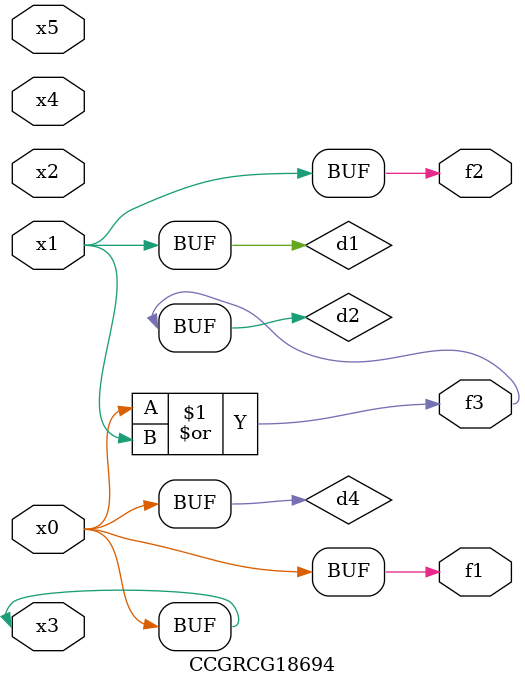
<source format=v>
module CCGRCG18694(
	input x0, x1, x2, x3, x4, x5,
	output f1, f2, f3
);

	wire d1, d2, d3, d4;

	and (d1, x1);
	or (d2, x0, x1);
	nand (d3, x0, x5);
	buf (d4, x0, x3);
	assign f1 = d4;
	assign f2 = d1;
	assign f3 = d2;
endmodule

</source>
